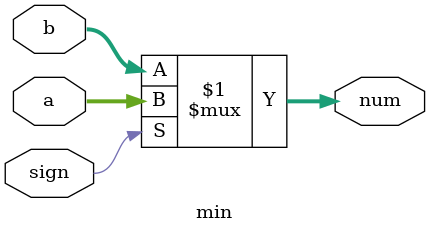
<source format=v>
module min(sign, a, b, num);
	input sign;
	input [7:0] a;
	input [7:0] b;
	output [7:0] num;
	assign num = sign ? a[7:0]:b[7:0];
endmodule

</source>
